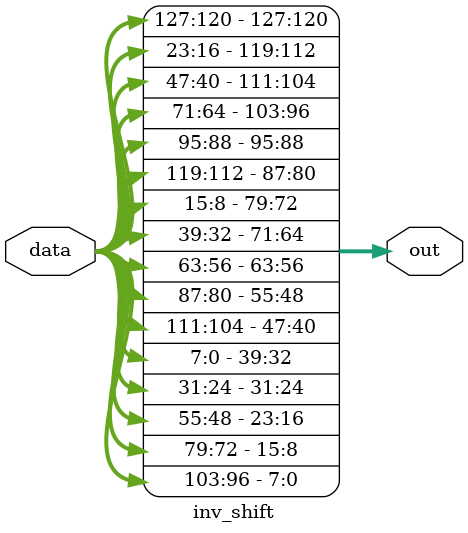
<source format=v>
`timescale 1ns / 1ns

module inv_shift(data,
             out);
    
    input [127:0] data;
    output [127:0] out;
    
    
    // 0 row : >>> 0
    assign out[127-:8]      = data[127-:8];
    assign out[(127-32)-:8] = data[(127-32)-:8];
    assign out[(127-64)-:8] = data[(127-64)-:8];
    assign out[(127-96)-:8] = data[(127-96)-:8];
    
    // 1 row : >>> 1
    assign out[(127-8)-:8]   = data[(127-104)-:8];
    assign out[(127-40)-:8]  = data[(127-8)-:8];
    assign out[(127-72)-:8]  = data[(127-40)-:8];
    assign out[(127-104)-:8] = data[(127-72)-:8];
    
    // 2 row : >>> 2
    assign out[(127-16)-:8]  = data[(127-80)-:8];
    assign out[(127-48)-:8]  = data[(127-112)-:8];
    assign out[(127-80)-:8]  = data[(127-16)-:8];
    assign out[(127-112)-:8] = data[(127-48)-:8];
    
    // 3 row : >>> 3
    assign out[(127-24)-:8]  = data[(127-56)-:8];
    assign out[(127-56)-:8]  = data[(127-88)-:8];
    assign out[(127-88)-:8]  = data[(127-120)-:8];
    assign out[(127-120)-:8] = data[(127-24)-:8];
    
    
    
endmodule

</source>
